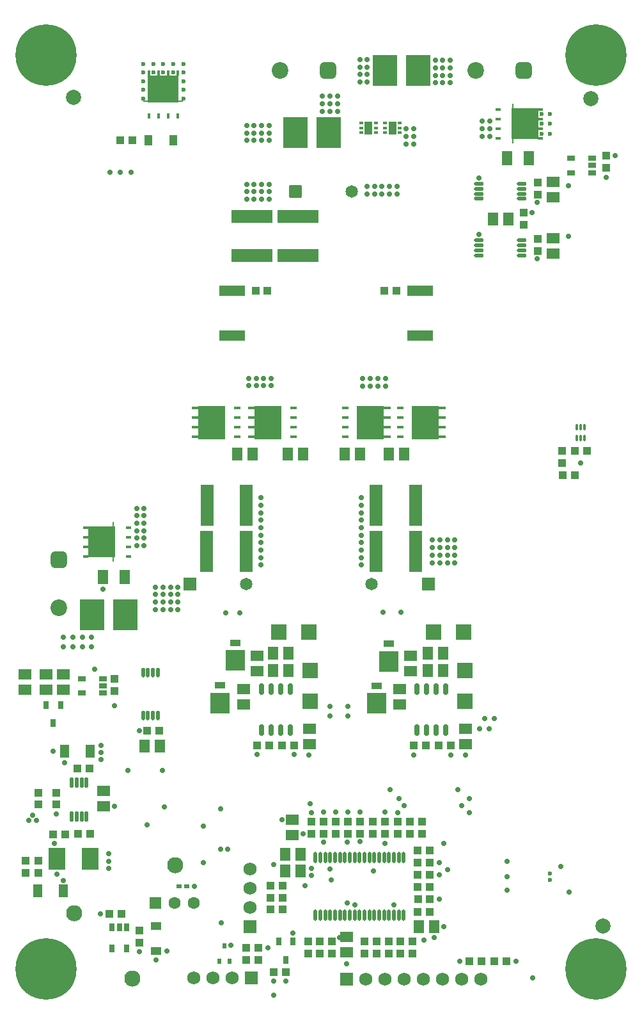
<source format=gbs>
G04 This is an RS-274x file exported by *
G04 gerbv version 2.8.0-rc.1~d7f42a *
G04 More information is available about gerbv at *
G04 https://gerbv.github.io/ *
G04 --End of header info--*
%MOIN*%
%FSLAX36Y36*%
%IPPOS*%
G04 --Define apertures--*
%ADD10C,0.0080*%
%ADD11C,0.0060*%
%ADD12C,0.0100*%
%ADD13C,0.0787*%
%ADD14R,0.0433X0.0413*%
%ADD15R,0.0413X0.0433*%
%ADD16R,0.0669X0.2126*%
%ADD17R,0.0650X0.0650*%
%ADD18C,0.0650*%
%ADD19C,0.0866*%
%AMMACRO20*
21,1,0.086610,0.041340,0.000000,0.000000,180.000000*
21,1,0.041340,0.086610,0.000000,0.000000,180.000000*
1,1,0.045280,-0.020670,0.020670*
1,1,0.045280,0.020670,0.020670*
1,1,0.045280,0.020670,-0.020670*
1,1,0.045280,-0.020670,-0.020670*
%
%ADD20MACRO20*%
%AMMACRO21*
21,1,0.086610,0.041340,0.000000,0.000000,270.000000*
21,1,0.041340,0.086610,0.000000,0.000000,270.000000*
1,1,0.045280,-0.020670,-0.020670*
1,1,0.045280,-0.020670,0.020670*
1,1,0.045280,0.020670,0.020670*
1,1,0.045280,0.020670,-0.020670*
%
%ADD21MACRO21*%
%ADD22R,0.0689X0.0689*%
%ADD23C,0.0689*%
%ADD24R,0.0630X0.0630*%
%ADD25C,0.0630*%
%ADD26R,0.0689X0.0689*%
%AMMACRO27*
21,1,0.064960,0.057360,0.000000,0.000000,0.000000*
21,1,0.057360,0.064960,0.000000,0.000000,0.000000*
1,1,0.007600,0.028680,-0.028680*
1,1,0.007600,-0.028680,-0.028680*
1,1,0.007600,-0.028680,0.028680*
1,1,0.007600,0.028680,0.028680*
%
%ADD27MACRO27*%
%ADD28C,0.3189*%
%ADD29C,0.0839*%
%ADD30C,0.0279*%
%ADD31C,0.0236*%
%AMMACRO32*
21,1,0.009840,0.017910,0.000000,0.000000,90.000000*
21,1,0.005910,0.021850,0.000000,0.000000,90.000000*
1,1,0.003940,0.008960,0.002950*
1,1,0.003940,0.008960,-0.002950*
1,1,0.003940,-0.008960,-0.002950*
1,1,0.003940,-0.008960,0.002950*
%
%ADD32MACRO32*%
%AMMACRO33*
21,1,0.140940,0.153250,0.000000,0.000000,90.000000*
21,1,0.136720,0.157480,0.000000,0.000000,90.000000*
1,1,0.004230,0.076630,0.068360*
1,1,0.004230,0.076630,-0.068360*
1,1,0.004230,-0.076630,-0.068360*
1,1,0.004230,-0.076630,0.068360*
%
%ADD33MACRO33*%
%AMMACRO34*
21,1,0.137010,0.171870,0.000000,0.000000,0.000000*
21,1,0.132900,0.175980,0.000000,0.000000,0.000000*
1,1,0.004110,0.066450,-0.085940*
1,1,0.004110,-0.066450,-0.085940*
1,1,0.004110,-0.066450,0.085940*
1,1,0.004110,0.066450,0.085940*
%
%ADD34MACRO34*%
%AMMACRO35*
21,1,0.009840,0.017910,0.000000,0.000000,0.000000*
21,1,0.005910,0.021850,0.000000,0.000000,0.000000*
1,1,0.003940,0.002950,-0.008960*
1,1,0.003940,-0.002950,-0.008960*
1,1,0.003940,-0.002950,0.008960*
1,1,0.003940,0.002950,0.008960*
%
%ADD35MACRO35*%
%AMMACRO36*
21,1,0.140940,0.153250,0.000000,0.000000,0.000000*
21,1,0.136720,0.157480,0.000000,0.000000,0.000000*
1,1,0.004230,0.068360,-0.076630*
1,1,0.004230,-0.068360,-0.076630*
1,1,0.004230,-0.068360,0.076630*
1,1,0.004230,0.068360,0.076630*
%
%ADD36MACRO36*%
%ADD37R,0.0071X0.0098*%
%ADD38R,0.0089X0.0161*%
%ADD39R,0.0098X0.0071*%
%AMMACRO40*
21,1,0.019680,0.021650,0.000000,0.000000,0.000000*
21,1,0.011810,0.029530,0.000000,0.000000,0.000000*
1,1,0.007870,0.005910,-0.010830*
1,1,0.007870,-0.005910,-0.010830*
1,1,0.007870,-0.005910,0.010830*
1,1,0.007870,0.005910,0.010830*
%
%ADD40MACRO40*%
%ADD41R,0.0276X0.0236*%
%AMMACRO42*
21,1,0.029920,0.012250,0.000000,0.000000,90.000000*
21,1,0.026030,0.016140,0.000000,0.000000,90.000000*
1,1,0.003890,0.006120,0.013010*
1,1,0.003890,0.006120,-0.013010*
1,1,0.003890,-0.006120,-0.013010*
1,1,0.003890,-0.006120,0.013010*
%
%ADD42MACRO42*%
%ADD43O,0.0276X0.0610*%
%AMMACRO44*
21,1,0.027560,0.035350,0.000000,0.000000,90.000000*
21,1,0.019610,0.043310,0.000000,0.000000,90.000000*
1,1,0.007950,0.017680,0.009800*
1,1,0.007950,0.017680,-0.009800*
1,1,0.007950,-0.017680,-0.009800*
1,1,0.007950,-0.017680,0.009800*
%
%ADD44MACRO44*%
%AMMACRO45*
21,1,0.043310,0.059060,0.000000,0.000000,180.000000*
21,1,0.035430,0.066930,0.000000,0.000000,180.000000*
1,1,0.007870,-0.017720,0.029530*
1,1,0.007870,0.017720,0.029530*
1,1,0.007870,0.017720,-0.029530*
1,1,0.007870,-0.017720,-0.029530*
%
%ADD45MACRO45*%
%AMMACRO46*
21,1,0.015750,0.013820,0.000000,0.000000,90.000000*
21,1,0.007910,0.021650,0.000000,0.000000,90.000000*
1,1,0.007840,0.006910,0.003960*
1,1,0.007840,0.006910,-0.003960*
1,1,0.007840,-0.006910,-0.003960*
1,1,0.007840,-0.006910,0.003960*
%
%ADD46MACRO46*%
%AMMACRO47*
21,1,0.027560,0.035350,0.000000,0.000000,180.000000*
21,1,0.019610,0.043310,0.000000,0.000000,180.000000*
1,1,0.007950,-0.009800,0.017680*
1,1,0.007950,0.009800,0.017680*
1,1,0.007950,0.009800,-0.017680*
1,1,0.007950,-0.009800,-0.017680*
%
%ADD47MACRO47*%
%ADD48O,0.0216X0.0571*%
%AMMACRO49*
21,1,0.015750,0.022480,0.000000,0.000000,0.000000*
21,1,0.007910,0.030320,0.000000,0.000000,0.000000*
1,1,0.007840,0.003960,-0.011240*
1,1,0.007840,-0.003960,-0.011240*
1,1,0.007840,-0.003960,0.011240*
1,1,0.007840,0.003960,0.011240*
%
%ADD49MACRO49*%
%ADD50O,0.0512X0.0197*%
%ADD51O,0.0216X0.0591*%
%ADD52R,0.0539X0.0669*%
%ADD53R,0.0669X0.0539*%
%ADD54R,0.0551X0.0768*%
%ADD55R,0.1260X0.1614*%
%AMMACRO56*
21,1,0.031890,0.012250,0.000000,0.000000,0.000000*
21,1,0.028000,0.016140,0.000000,0.000000,0.000000*
1,1,0.003890,0.014000,-0.006120*
1,1,0.003890,-0.014000,-0.006120*
1,1,0.003890,-0.014000,0.006120*
1,1,0.003890,0.014000,0.006120*
%
%ADD56MACRO56*%
%AMMACRO57*
21,1,0.029920,0.012250,0.000000,0.000000,0.000000*
21,1,0.026030,0.016140,0.000000,0.000000,0.000000*
1,1,0.003890,0.013010,-0.006120*
1,1,0.003890,-0.013010,-0.006120*
1,1,0.003890,-0.013010,0.006120*
1,1,0.003890,0.013010,0.006120*
%
%ADD57MACRO57*%
%AMMACRO58*
21,1,0.027560,0.027560,0.000000,0.000000,180.000000*
21,1,0.011810,0.043310,0.000000,0.000000,180.000000*
1,1,0.015750,-0.005910,0.013780*
1,1,0.015750,0.005910,0.013780*
1,1,0.015750,0.005910,-0.013780*
1,1,0.015750,-0.005910,-0.013780*
%
%ADD58MACRO58*%
%ADD59R,0.0827X0.0827*%
%ADD60R,0.0827X0.0827*%
%ADD61R,0.0539X0.0339*%
%ADD62R,0.1039X0.1089*%
%ADD63R,0.0400X0.0520*%
%ADD64R,0.0889X0.1119*%
%ADD65R,0.0472X0.0669*%
%ADD66O,0.0197X0.0512*%
%ADD67R,0.2126X0.0669*%
%ADD68R,0.1378X0.0551*%
%ADD69R,0.0520X0.0400*%
G04 --Start main section--*
G54D13*
G01X1536190Y6670000D03*
G01X4232190Y6664000D03*
G01X4297190Y2359000D03*
G54D14*
G01X4085690Y4704000D03*
G01X4148680Y4704000D03*
G01X1430150Y2835000D03*
G01X1493140Y2835000D03*
G01X1618690Y3178000D03*
G01X1555690Y3178000D03*
G01X2581150Y2119000D03*
G01X2644140Y2119000D03*
G01X3330690Y2430000D03*
G01X3393690Y2430000D03*
G01X3330690Y2752000D03*
G01X3393690Y2752000D03*
G01X3792690Y2173000D03*
G01X3729690Y2173000D03*
G01X3373950Y3297240D03*
G01X3310960Y3297240D03*
G01X2557200Y3297640D03*
G01X2494210Y3297640D03*
G01X3438960Y3297310D03*
G01X3501950Y3297310D03*
G01X2623210Y3297640D03*
G01X2686200Y3297640D03*
G01X3218740Y5664000D03*
G01X3155750Y5664000D03*
G01X2484750Y5664000D03*
G01X2547740Y5664000D03*
G01X1786610Y2421160D03*
G01X1723620Y2421160D03*
G01X1623640Y2836000D03*
G01X1560650Y2836000D03*
G01X4212000Y4831460D03*
G01X4149010Y4831460D03*
G01X3598690Y2173000D03*
G01X3661680Y2173000D03*
G01X1982070Y3374000D03*
G01X1919080Y3374000D03*
G01X2499690Y2182000D03*
G01X2436690Y2182000D03*
G01X3393690Y2688000D03*
G01X3330690Y2688000D03*
G01X3331690Y2498000D03*
G01X3394690Y2498000D03*
G01X3330690Y2561000D03*
G01X3393690Y2561000D03*
G01X3330690Y2624000D03*
G01X3393690Y2624000D03*
G01X2564690Y2568000D03*
G01X2627690Y2568000D03*
G01X2564690Y2505000D03*
G01X2627690Y2505000D03*
G01X2564690Y2444000D03*
G01X2627690Y2444000D03*
G01X2436690Y2245000D03*
G01X2499690Y2245000D03*
G01X1780690Y6449000D03*
G01X1843690Y6449000D03*
G54D15*
G01X4082190Y4830500D03*
G01X4082190Y4767500D03*
G01X1285000Y2697500D03*
G01X1285000Y2634500D03*
G01X1353140Y3052500D03*
G01X1353140Y2989500D03*
G01X1352140Y2697500D03*
G01X1352140Y2634500D03*
G01X2758650Y2215500D03*
G01X2758650Y2278500D03*
G01X2820650Y2215500D03*
G01X2820650Y2278500D03*
G01X2882650Y2215500D03*
G01X2882650Y2278500D03*
G01X3883690Y6069500D03*
G01X3883690Y6006500D03*
G01X3290190Y2899990D03*
G01X3290190Y2837000D03*
G01X3352190Y2837000D03*
G01X3352190Y2899990D03*
G01X4314010Y6367440D03*
G01X4314010Y6304450D03*
G01X1751320Y3645500D03*
G01X1751320Y3582500D03*
G01X1880120Y2332650D03*
G01X1880120Y2269660D03*
G01X3955190Y6226880D03*
G01X3955190Y6163890D03*
G01X3159920Y2837000D03*
G01X3159920Y2899990D03*
G01X2964920Y2837000D03*
G01X2964920Y2899990D03*
G01X3028920Y2837000D03*
G01X3028920Y2899990D03*
G01X2840190Y2837010D03*
G01X2840190Y2900000D03*
G01X2775190Y2836500D03*
G01X2775190Y2899500D03*
G01X3955190Y5933110D03*
G01X3955190Y5870120D03*
G01X3054650Y2278500D03*
G01X3054650Y2215500D03*
G01X2902920Y2837000D03*
G01X2902920Y2899990D03*
G01X3095990Y2837000D03*
G01X3095990Y2899990D03*
G01X3302650Y2215500D03*
G01X3302650Y2278500D03*
G01X3240650Y2215500D03*
G01X3240650Y2278500D03*
G01X3178650Y2215500D03*
G01X3178650Y2278500D03*
G01X3116650Y2215500D03*
G01X3116650Y2278500D03*
G01X3225920Y2899990D03*
G01X3225920Y2837000D03*
G01X1447140Y3052500D03*
G01X1447140Y2989500D03*
G54D16*
G01X2436550Y4546000D03*
G01X2231830Y4546000D03*
G01X2435910Y4307000D03*
G01X2231190Y4307000D03*
G01X3114460Y4307000D03*
G01X3319190Y4307000D03*
G01X3114460Y4546000D03*
G01X3319190Y4546000D03*
G54D17*
G01X3384830Y4139000D03*
G01X2141910Y4139000D03*
G54D18*
G01X3089550Y4139000D03*
G01X2437190Y4139000D03*
G01X2986830Y6180000D03*
G54D19*
G01X3633190Y6812000D03*
G01X1461190Y4015000D03*
G01X2614190Y6812000D03*
G54D20*
G01X3883190Y6812000D03*
G01X2864190Y6812000D03*
G54D21*
G01X1461190Y4265000D03*
G54D22*
G01X2463190Y2087000D03*
G01X2961190Y2081000D03*
G54D23*
G01X2363190Y2087000D03*
G01X2263190Y2087000D03*
G01X2163190Y2087000D03*
G01X2456190Y2455000D03*
G01X2456190Y2555000D03*
G01X2456190Y2655000D03*
G01X3261190Y2081000D03*
G01X3161190Y2081000D03*
G01X3061190Y2081000D03*
G01X3361190Y2081000D03*
G01X3461190Y2081000D03*
G01X3561190Y2081000D03*
G01X3661190Y2081000D03*
G54D24*
G01X1964140Y2478000D03*
G54D25*
G01X2064140Y2478000D03*
G01X2164140Y2478000D03*
G54D26*
G01X2456190Y2355000D03*
G54D27*
G01X2691550Y6180000D03*
G54D28*
G01X1392190Y2134000D03*
G01X1392190Y6892110D03*
G01X4260540Y6892110D03*
G01X4260540Y2134000D03*
G54D29*
G01X1540000Y2423000D03*
G01X2065190Y2674000D03*
G01X1842000Y2083000D03*
G54D30*
G01X2355190Y2256000D03*
G01X2550190Y2245000D03*
G01X2307190Y2375000D03*
G01X2167190Y2565000D03*
G01X2212190Y2689000D03*
G01X2212190Y2879000D03*
G01X2302190Y2969000D03*
G01X3501190Y6824000D03*
G01X3501190Y6746000D03*
G01X3501190Y6785000D03*
G01X3501190Y6864000D03*
G01X3422190Y6864000D03*
G01X3461190Y6864000D03*
G01X3067190Y6866000D03*
G01X3028190Y6866000D03*
G01X2912190Y6677000D03*
G01X2873190Y6677000D03*
G01X2834190Y6677000D03*
G01X1725690Y6282500D03*
G01X1835690Y6282500D03*
G01X1780690Y6282500D03*
G01X3702500Y3384310D03*
G01X1428190Y3269000D03*
G01X1489330Y3207860D03*
G01X3797690Y2615000D03*
G01X3486490Y2651300D03*
G01X3186190Y3066000D03*
G01X2966190Y3452000D03*
G01X2966190Y3502000D03*
G01X3538190Y3066000D03*
G01X2340190Y2759000D03*
G01X2303190Y2759000D03*
G01X1998190Y3166000D03*
G01X3797680Y2694000D03*
G01X3561190Y2985000D03*
G01X3601190Y3021000D03*
G01X3598190Y2948000D03*
G01X2873190Y3452000D03*
G01X2581190Y1998000D03*
G01X3931190Y2086000D03*
G01X3844190Y2173000D03*
G01X2960650Y2162460D03*
G01X1918190Y2885000D03*
G01X2009190Y2976000D03*
G01X1819190Y3166000D03*
G01X2873190Y3502000D03*
G01X1750190Y3505000D03*
G01X2644140Y2070040D03*
G01X2680050Y2319860D03*
G01X4360190Y6367000D03*
G01X4116190Y6210000D03*
G01X4115190Y5948000D03*
G01X3652500Y3384310D03*
G01X3681190Y3438000D03*
G01X3232190Y3020000D03*
G01X2771190Y2995000D03*
G01X2902920Y2952270D03*
G01X3226190Y2948000D03*
G01X3260190Y2985000D03*
G01X2879830Y2596000D03*
G01X4180190Y4766000D03*
G01X3443190Y2688000D03*
G01X3444190Y2498000D03*
G01X3443190Y2624000D03*
G01X3797690Y2545000D03*
G01X1680140Y3224000D03*
G01X1680140Y3261000D03*
G01X1680140Y3298000D03*
G01X3144190Y6207000D03*
G01X3144190Y6168000D03*
G01X3105190Y6168000D03*
G01X3105190Y6207000D03*
G01X3066190Y6207000D03*
G01X3066190Y6168000D03*
G01X3036190Y4314000D03*
G01X3036190Y4353000D03*
G01X3036190Y4275000D03*
G01X3036190Y4236000D03*
G01X3036190Y4392000D03*
G01X3036190Y4470000D03*
G01X3036190Y4431000D03*
G01X3036190Y4509000D03*
G01X3036190Y4587000D03*
G01X3036190Y4548000D03*
G01X2514190Y4548000D03*
G01X2514190Y4587000D03*
G01X2514190Y4509000D03*
G01X2514190Y4431000D03*
G01X2514190Y4470000D03*
G01X2514190Y4392000D03*
G01X2514190Y4236000D03*
G01X2514190Y4275000D03*
G01X2514190Y4353000D03*
G01X2514190Y4314000D03*
G01X3271190Y6468000D03*
G01X3271190Y6507000D03*
G01X3422190Y6746000D03*
G01X3422190Y6785000D03*
G01X3461190Y6785000D03*
G01X3461190Y6746000D03*
G01X3461190Y6824000D03*
G01X3422190Y6824000D03*
G01X3028190Y6751000D03*
G01X3028190Y6790000D03*
G01X3067190Y6790000D03*
G01X3067190Y6751000D03*
G01X3067190Y6829000D03*
G01X3028190Y6829000D03*
G01X2834190Y6638000D03*
G01X2873190Y6638000D03*
G01X2873190Y6599000D03*
G01X2834190Y6599000D03*
G01X2912190Y6599000D03*
G01X2912190Y6638000D03*
G01X3159920Y2949500D03*
G01X3028920Y2949500D03*
G01X2964920Y2949500D03*
G01X2840190Y2949500D03*
G01X2775190Y2949000D03*
G01X2624190Y2912000D03*
G01X2733190Y2837000D03*
G01X2840190Y2795000D03*
G01X2963190Y2795000D03*
G01X3160190Y2786000D03*
G01X3028190Y2796000D03*
G01X2873650Y2655460D03*
G01X3101190Y2643000D03*
G01X2742190Y2568000D03*
G01X3415190Y2297000D03*
G01X3466190Y2355000D03*
G01X3550190Y2173000D03*
G01X2581150Y2070040D03*
G01X3926180Y6069500D03*
G01X3954190Y5830230D03*
G01X3650190Y5957230D03*
G01X3954190Y6124000D03*
G01X3650190Y6251000D03*
G01X1879190Y3375000D03*
G01X4075690Y2669000D03*
G01X4118690Y2533000D03*
G01X1690190Y4112000D03*
G01X1447140Y2941000D03*
G01X1435140Y2788000D03*
G01X1484070Y2594070D03*
G01X1450130Y2628490D03*
G01X1324140Y2934000D03*
G01X1304140Y2906000D03*
G01X1342140Y2906000D03*
G01X1749140Y2982000D03*
G01X1718140Y2657000D03*
G01X1718140Y2695000D03*
G01X1718140Y2733000D03*
G01X2022140Y2228000D03*
G01X1965140Y2181210D03*
G01X1880120Y2223340D03*
G01X1677300Y2421160D03*
G01X2581190Y2676000D03*
G01X3524190Y4366000D03*
G01X3524190Y4327000D03*
G01X3485190Y4327000D03*
G01X3485190Y4366000D03*
G01X3485190Y4288000D03*
G01X3524190Y4288000D03*
G01X3485190Y4249000D03*
G01X3524190Y4249000D03*
G01X3446190Y4249000D03*
G01X3446190Y4288000D03*
G01X3446190Y4366000D03*
G01X3446190Y4327000D03*
G01X3407190Y4249000D03*
G01X3407190Y4288000D03*
G01X3407190Y4366000D03*
G01X3407190Y4327000D03*
G01X3122700Y5206800D03*
G01X3161700Y5206800D03*
G01X3122700Y5167800D03*
G01X3161700Y5167800D03*
G01X3083700Y5167800D03*
G01X3083700Y5206800D03*
G01X3044700Y5167800D03*
G01X3044700Y5206800D03*
G01X2449190Y5209000D03*
G01X2449190Y5170000D03*
G01X2488190Y5209000D03*
G01X2488190Y5170000D03*
G01X2566190Y5170000D03*
G01X2527190Y5170000D03*
G01X2566190Y5209000D03*
G01X2527190Y5209000D03*
G01X1865190Y4532000D03*
G01X1904190Y4532000D03*
G01X1865190Y4493000D03*
G01X1904190Y4493000D03*
G01X1964190Y4083000D03*
G01X1964190Y4122000D03*
G01X1964190Y4044000D03*
G01X1964190Y4005000D03*
G01X2003190Y4083000D03*
G01X2003190Y4122000D03*
G01X2003190Y4044000D03*
G01X2003190Y4005000D03*
G01X2081190Y4005000D03*
G01X2042190Y4005000D03*
G01X2081190Y4044000D03*
G01X2042190Y4044000D03*
G01X2042190Y4122000D03*
G01X2042190Y4083000D03*
G01X2081190Y4083000D03*
G01X2081190Y4122000D03*
G01X1484190Y3860000D03*
G01X1484190Y3811000D03*
G01X1533190Y3811000D03*
G01X1533190Y3860000D03*
G01X1582190Y3811000D03*
G01X1582190Y3860000D03*
G01X1631190Y3811000D03*
G01X1631190Y3860000D03*
G01X1904190Y4415000D03*
G01X1904190Y4376000D03*
G01X1904190Y4337000D03*
G01X1904190Y4454000D03*
G01X1865190Y4337000D03*
G01X1865190Y4376000D03*
G01X1865190Y4415000D03*
G01X1865190Y4454000D03*
G01X2438190Y6219000D03*
G01X2477190Y6219000D03*
G01X2477190Y6180000D03*
G01X2438190Y6180000D03*
G01X2516190Y6180000D03*
G01X2516190Y6219000D03*
G01X2555190Y6180000D03*
G01X2555190Y6219000D03*
G01X2555190Y6141000D03*
G01X2516190Y6141000D03*
G01X2438190Y6141000D03*
G01X2477190Y6141000D03*
G01X2477190Y6446000D03*
G01X2438190Y6446000D03*
G01X2516190Y6446000D03*
G01X2555190Y6446000D03*
G01X2555190Y6524000D03*
G01X2555190Y6485000D03*
G01X2516190Y6524000D03*
G01X2516190Y6485000D03*
G01X2438190Y6485000D03*
G01X2477190Y6485000D03*
G01X2477190Y6524000D03*
G01X2438190Y6524000D03*
G01X4314010Y6253820D03*
G01X3705190Y6507000D03*
G01X3705190Y6468000D03*
G01X3705190Y6546000D03*
G01X3183190Y6168000D03*
G01X3183190Y6207000D03*
G01X3666190Y6546000D03*
G01X3666190Y6468000D03*
G01X3666190Y6507000D03*
G01X3271190Y6429000D03*
G01X3310190Y6507000D03*
G01X3310190Y6429000D03*
G01X3310190Y6468000D03*
G01X3222190Y6207000D03*
G01X3222190Y6168000D03*
G01X2494210Y3249380D03*
G01X2686200Y3249380D03*
G01X2762170Y3249080D03*
G01X2331190Y3988000D03*
G01X2404190Y3988000D03*
G01X3242910Y3990280D03*
G01X3149910Y3990280D03*
G01X3310960Y3248980D03*
G01X3501950Y3249050D03*
G01X3579460Y3248740D03*
G01X1646190Y3693000D03*
G01X3731190Y3438000D03*
G01X3465190Y2786000D03*
G01X3362190Y2284000D03*
G01X2962190Y2479000D03*
G01X2922190Y2299000D03*
G01X2775190Y2622000D03*
G01X2775190Y2659000D03*
G01X3206320Y2469000D03*
G01X3002190Y2469000D03*
G54D31*
G01X4020250Y6480640D03*
G01X3974980Y6480640D03*
G01X4020250Y6533000D03*
G01X3974980Y6533000D03*
G01X3974980Y6585360D03*
G01X4020250Y6585360D03*
G01X2056910Y6845100D03*
G01X2004550Y6845100D03*
G01X1952190Y6845100D03*
G01X2109280Y6845100D03*
G01X1899830Y6845100D03*
G01X1899830Y6754550D03*
G01X1899830Y6709280D03*
G01X1899830Y6664000D03*
G01X1899830Y6799830D03*
G01X2109280Y6754550D03*
G01X2109280Y6709280D03*
G01X2109280Y6664000D03*
G01X2109280Y6799830D03*
G01X1952190Y6799830D03*
G01X2004550Y6799830D03*
G01X2056910Y6799830D03*
G01X2056910Y6664000D03*
G01X2056910Y6709280D03*
G01X2056910Y6754550D03*
G01X2004550Y6754550D03*
G01X2004550Y6709280D03*
G01X2004550Y6664000D03*
G01X1952190Y6754550D03*
G01X1952190Y6709280D03*
G01X1952190Y6664000D03*
G01X3073190Y6490350D03*
G01X3073190Y6533650D03*
G01X3198190Y6533650D03*
G01X3198190Y6490350D03*
G01X4018690Y2630750D03*
G01X4018690Y2599250D03*
G01X3929700Y6585360D03*
G01X3884420Y6585360D03*
G01X3839150Y6585360D03*
G01X3839150Y6533000D03*
G01X3884420Y6533000D03*
G01X3929700Y6533000D03*
G01X3839150Y6480640D03*
G01X3884420Y6480640D03*
G01X3929700Y6480640D03*
G01X3325530Y5031450D03*
G01X3370800Y5031450D03*
G01X3416080Y5031450D03*
G01X3325530Y4979090D03*
G01X3370800Y4979090D03*
G01X3416080Y4979090D03*
G01X3416080Y4926720D03*
G01X3370800Y4926720D03*
G01X3325530Y4926720D03*
G01X3038570Y5031360D03*
G01X3083840Y5031360D03*
G01X3129120Y5031360D03*
G01X3038570Y4979000D03*
G01X3083840Y4979000D03*
G01X3129120Y4979000D03*
G01X3129120Y4926640D03*
G01X3083840Y4926640D03*
G01X3038570Y4926640D03*
G01X2302350Y4926650D03*
G01X2257080Y4926650D03*
G01X2211800Y4926650D03*
G01X2302350Y4979020D03*
G01X2257080Y4979020D03*
G01X2211800Y4979020D03*
G01X2211800Y5031380D03*
G01X2257080Y5031380D03*
G01X2302350Y5031380D03*
G01X2596390Y5031290D03*
G01X2551120Y5031290D03*
G01X2505840Y5031290D03*
G01X2505840Y4978930D03*
G01X2551120Y4978930D03*
G01X2596390Y4978930D03*
G01X2505840Y4926570D03*
G01X2551120Y4926570D03*
G01X2596390Y4926570D03*
G01X1732190Y4305000D03*
G01X1686910Y4305000D03*
G01X1641640Y4305000D03*
G01X1732190Y4357360D03*
G01X1686910Y4357360D03*
G01X1641640Y4357360D03*
G01X1641640Y4409720D03*
G01X1686910Y4409720D03*
G01X1732190Y4409720D03*
G54D32*
G01X2097960Y6652390D03*
G01X1911150Y6652390D03*
G54D33*
G01X2004550Y6714590D03*
G54D34*
G01X3083840Y4979000D03*
G01X2551120Y4978930D03*
G01X3370800Y4979090D03*
G01X2257080Y4979020D03*
G54D35*
G01X3827530Y6439600D03*
G01X3827530Y6626400D03*
G01X1743800Y4450770D03*
G01X1743800Y4263960D03*
G54D36*
G01X3889740Y6533000D03*
G01X1681600Y4357360D03*
G54D37*
G01X1923060Y6652390D03*
G01X2086050Y6652390D03*
G54D38*
G01X3155200Y5004000D03*
G01X3155200Y5054000D03*
G01X3155200Y4904000D03*
G01X3155200Y4954000D03*
G01X2479760Y4953930D03*
G01X2479760Y4903930D03*
G01X2479760Y5053930D03*
G01X2479760Y5003930D03*
G01X3442160Y5004090D03*
G01X3442160Y5054090D03*
G01X3442160Y4904090D03*
G01X3442160Y4954090D03*
G01X2185720Y4954020D03*
G01X2185720Y4904020D03*
G01X2185720Y5054020D03*
G01X2185720Y5004020D03*
G54D39*
G01X3827530Y6614500D03*
G01X3827530Y6451500D03*
G01X1743800Y4275870D03*
G01X1743800Y4438860D03*
G54D40*
G01X2322780Y2254710D03*
G01X2297190Y2174000D03*
G01X2348370Y2174000D03*
G54D41*
G01X2125870Y2565000D03*
G01X2086500Y2565000D03*
G54D42*
G01X2079550Y6796090D03*
G01X2029550Y6796090D03*
G01X1979550Y6796090D03*
G01X1929550Y6796090D03*
G01X1929550Y6574040D03*
G01X1979550Y6574040D03*
G01X2029550Y6574040D03*
G01X2079550Y6574040D03*
G54D43*
G01X3475460Y3377020D03*
G01X3425460Y3377020D03*
G01X3375460Y3377020D03*
G01X3325460Y3377020D03*
G01X3475460Y3591590D03*
G01X3425460Y3591590D03*
G01X3375460Y3591590D03*
G01X3325460Y3591590D03*
G01X2666710Y3377360D03*
G01X2616710Y3377360D03*
G01X2566710Y3377360D03*
G01X2516710Y3377360D03*
G01X2666710Y3591930D03*
G01X2616710Y3591930D03*
G01X2566710Y3591930D03*
G01X2516710Y3591930D03*
G54D44*
G01X4238140Y6353350D03*
G01X4238140Y6315950D03*
G01X4238140Y6278540D03*
G01X4129870Y6278540D03*
G01X4129870Y6353350D03*
G01X1689460Y3645400D03*
G01X1689460Y3608000D03*
G01X1689460Y3570600D03*
G01X1581190Y3570600D03*
G01X1581190Y3645400D03*
G54D45*
G01X3073190Y6512000D03*
G01X3198190Y6512000D03*
G54D46*
G01X3034800Y6537590D03*
G01X3034800Y6512000D03*
G01X3034800Y6486410D03*
G01X3111570Y6486410D03*
G01X3111570Y6512000D03*
G01X3111570Y6537590D03*
G01X3236570Y6486410D03*
G01X3236570Y6512000D03*
G01X3236570Y6537590D03*
G01X3159800Y6537590D03*
G01X3159800Y6512000D03*
G01X3159800Y6486410D03*
G54D47*
G01X1737720Y2350290D03*
G01X1775120Y2350290D03*
G01X1812520Y2350290D03*
G01X1812520Y2242020D03*
G01X1737720Y2242020D03*
G54D48*
G01X1527640Y3103110D03*
G01X1553230Y3103110D03*
G01X1578820Y3103110D03*
G01X1527640Y2927910D03*
G01X1553230Y2927910D03*
G01X1578820Y2927910D03*
G01X1604410Y2927910D03*
G01X1604410Y3103110D03*
G54D49*
G01X4200190Y4955600D03*
G01X4160820Y4955600D03*
G01X4160820Y4897330D03*
G01X4180500Y4897330D03*
G01X4200190Y4897330D03*
G01X4180500Y4955600D03*
G54D50*
G01X3874600Y6219770D03*
G01X3874600Y6194180D03*
G01X3874600Y6168590D03*
G01X3874600Y6143000D03*
G01X3650190Y6219770D03*
G01X3650190Y6194180D03*
G01X3650190Y6168590D03*
G01X3650190Y6143000D03*
G01X3874600Y5926000D03*
G01X3874600Y5900410D03*
G01X3874600Y5874820D03*
G01X3874600Y5849230D03*
G01X3650190Y5926000D03*
G01X3650190Y5900410D03*
G01X3650190Y5874820D03*
G01X3650190Y5849230D03*
G54D51*
G01X3257500Y2414390D03*
G01X3231910Y2414390D03*
G01X3206320Y2414390D03*
G01X3180730Y2414390D03*
G01X3155140Y2414390D03*
G01X3129550Y2414390D03*
G01X3103960Y2414390D03*
G01X3078370Y2414390D03*
G01X3052780Y2414390D03*
G01X3027190Y2414390D03*
G01X3001600Y2414390D03*
G01X2976010Y2414390D03*
G01X2950420Y2414390D03*
G01X2924830Y2414390D03*
G01X2899240Y2414390D03*
G01X2873650Y2414390D03*
G01X2848050Y2414390D03*
G01X2822460Y2414390D03*
G01X2796870Y2414390D03*
G01X3257500Y2713610D03*
G01X3231910Y2713610D03*
G01X3206320Y2713610D03*
G01X3180730Y2713610D03*
G01X3155140Y2713610D03*
G01X3129550Y2713610D03*
G01X3103960Y2713610D03*
G01X3078370Y2713610D03*
G01X3052780Y2713610D03*
G01X3027190Y2713610D03*
G01X3001600Y2713610D03*
G01X2976010Y2713610D03*
G01X2950420Y2713610D03*
G01X2924830Y2713610D03*
G01X2899240Y2713610D03*
G01X2873650Y2713610D03*
G01X2848050Y2713610D03*
G01X2822460Y2713610D03*
G01X2796870Y2713610D03*
G54D52*
G01X2950190Y4814000D03*
G01X3030190Y4814000D03*
G01X2652730Y4814020D03*
G01X2732730Y4814020D03*
G01X3463460Y3778310D03*
G01X3383460Y3778310D03*
G01X2656710Y3778640D03*
G01X2576710Y3778640D03*
G01X3261190Y4814000D03*
G01X3181190Y4814000D03*
G01X2468730Y4814020D03*
G01X2388730Y4814020D03*
G01X3802690Y6037000D03*
G01X3722690Y6037000D03*
G01X2721190Y2732000D03*
G01X2641190Y2732000D03*
G01X3463460Y3686310D03*
G01X3383460Y3686310D03*
G01X2576710Y3686640D03*
G01X2656710Y3686640D03*
G01X1905580Y3293990D03*
G01X1985570Y3293990D03*
G01X3335190Y2355000D03*
G01X3415190Y2355000D03*
G01X2721190Y2644000D03*
G01X2641190Y2644000D03*
G54D53*
G01X3293730Y3763310D03*
G01X3293730Y3683310D03*
G01X2491710Y3682640D03*
G01X2491710Y3762640D03*
G01X3235460Y3589310D03*
G01X3235460Y3509310D03*
G01X2423710Y3589640D03*
G01X2423710Y3509640D03*
G01X2676190Y2832000D03*
G01X2676190Y2912000D03*
G01X1284190Y3587000D03*
G01X1284190Y3667000D03*
G01X1482190Y3667000D03*
G01X1482190Y3587000D03*
G01X1394190Y3667000D03*
G01X1394190Y3587000D03*
G01X4035190Y6150390D03*
G01X4035190Y6230390D03*
G01X3579460Y3384310D03*
G01X3579460Y3304310D03*
G01X2764710Y3304640D03*
G01X2764710Y3384640D03*
G01X1692140Y3062000D03*
G01X1692140Y2982000D03*
G01X2960650Y2221000D03*
G01X2960650Y2301000D03*
G01X4035190Y5856610D03*
G01X4035190Y5936610D03*
G54D54*
G01X3796100Y6354000D03*
G01X3910280Y6354000D03*
G01X1803270Y4173000D03*
G01X1689100Y4173000D03*
G54D55*
G01X3333800Y6812000D03*
G01X3160570Y6812000D03*
G01X2692570Y6486000D03*
G01X2865800Y6486000D03*
G01X1804800Y3976000D03*
G01X1631570Y3976000D03*
G54D56*
G01X3172230Y4904000D03*
G01X3172230Y4954000D03*
G01X3172230Y5004000D03*
G01X3172230Y5054000D03*
G01X2952150Y5054000D03*
G01X2952150Y5004000D03*
G01X2952150Y4954000D03*
G01X2952150Y4904000D03*
G01X2462730Y5053930D03*
G01X2462730Y5003930D03*
G01X2462730Y4953930D03*
G01X2462730Y4903930D03*
G01X2682810Y4903930D03*
G01X2682810Y4953930D03*
G01X2682810Y5003930D03*
G01X2682810Y5053930D03*
G01X3459190Y4904090D03*
G01X3459190Y4954090D03*
G01X3459190Y5004090D03*
G01X3459190Y5054090D03*
G01X3239110Y5054090D03*
G01X3239110Y5004090D03*
G01X3239110Y4954090D03*
G01X3239110Y4904090D03*
G01X2168690Y5054020D03*
G01X2168690Y5004020D03*
G01X2168690Y4954020D03*
G01X2168690Y4904020D03*
G01X2388770Y4904020D03*
G01X2388770Y4954020D03*
G01X2388770Y5004020D03*
G01X2388770Y5054020D03*
G54D57*
G01X3971240Y6458000D03*
G01X3971240Y6508000D03*
G01X3971240Y6558000D03*
G01X3971240Y6608000D03*
G01X3749190Y6608000D03*
G01X3749190Y6558000D03*
G01X3749190Y6508000D03*
G01X3749190Y6458000D03*
G01X1600100Y4432360D03*
G01X1600100Y4382360D03*
G01X1600100Y4332360D03*
G01X1600100Y4282360D03*
G01X1822150Y4282360D03*
G01X1822150Y4332360D03*
G01X1822150Y4382360D03*
G01X1822150Y4432360D03*
G54D58*
G01X2642650Y2181760D03*
G01X2680050Y2276240D03*
G01X2605240Y2276240D03*
G01X1431190Y3413760D03*
G01X1468590Y3508240D03*
G01X1393790Y3508240D03*
G54D59*
G01X3576460Y3686050D03*
G01X3576460Y3528570D03*
G01X2769710Y3686380D03*
G01X2769710Y3528900D03*
G54D60*
G01X3412990Y3886310D03*
G01X3570470Y3886310D03*
G01X2606430Y3886640D03*
G01X2763910Y3886640D03*
G54D61*
G01X3179730Y3826310D03*
G01X3117190Y3609000D03*
G01X2300160Y3609340D03*
G01X2379710Y3831640D03*
G54D62*
G01X3179730Y3734310D03*
G01X3117190Y3517000D03*
G01X2300160Y3517340D03*
G01X2379710Y3739640D03*
G54D63*
G01X1927720Y6449000D03*
G01X2056660Y6449000D03*
G54D64*
G01X1624150Y2706000D03*
G01X1450130Y2706000D03*
G54D65*
G01X1350210Y2541000D03*
G01X1484070Y2541000D03*
G01X1623190Y3269000D03*
G01X1489330Y3269000D03*
G54D66*
G01X1974960Y3454590D03*
G01X1949370Y3454590D03*
G01X1923780Y3454590D03*
G01X1898190Y3454590D03*
G01X1974960Y3679000D03*
G01X1949370Y3679000D03*
G01X1923780Y3679000D03*
G01X1898190Y3679000D03*
G54D67*
G01X2707190Y5846640D03*
G01X2707190Y6051360D03*
G01X2466190Y5847640D03*
G01X2466190Y6052360D03*
G54D68*
G01X2362240Y5431860D03*
G01X2362240Y5664140D03*
G01X3342240Y5431720D03*
G01X3342240Y5664000D03*
G54D69*
G01X1965140Y2227530D03*
G01X1965140Y2356470D03*
M02*

</source>
